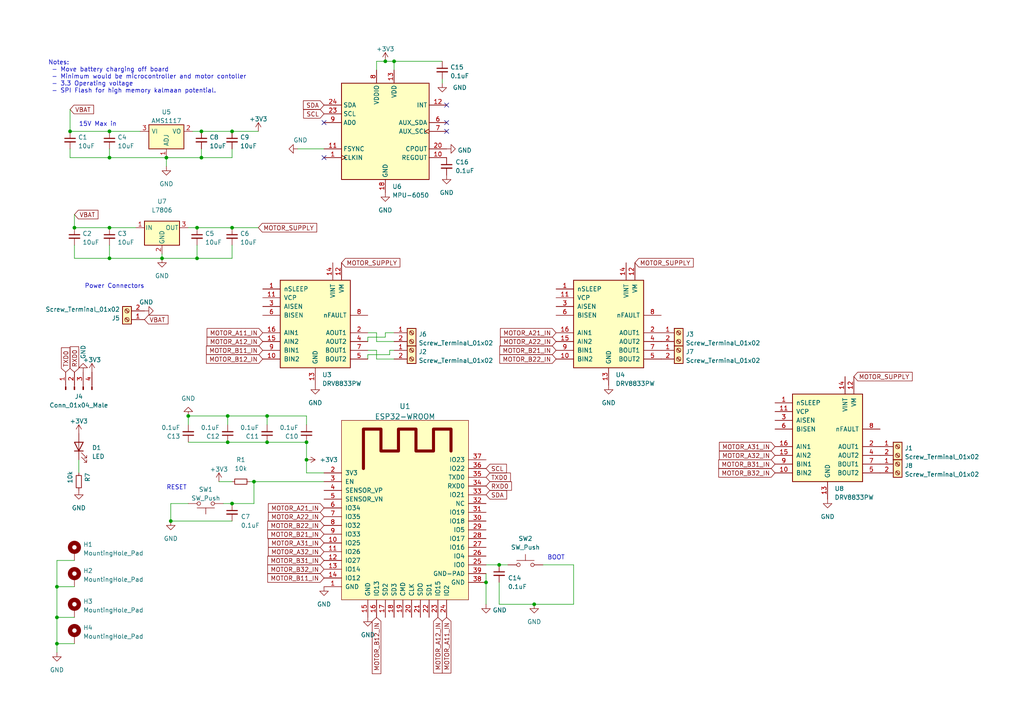
<source format=kicad_sch>
(kicad_sch (version 20211123) (generator eeschema)
  (paper "A4")
  (lib_symbols
    (symbol "Connector:Conn_01x04_Male" (pin_names (offset 1.016) hide)
      (property "Reference" "J" (at 0 5.08 0))
      (property "Value" "Conn_01x04_Male" (at 0 -7.62 0))
      (symbol "Conn_01x04_Male_1_1"
        (polyline (pts (xy 1.27 -5.08) (xy 0.8636 -5.08)) (stroke (width 0.1524)))
        (polyline (pts (xy 1.27 -2.54) (xy 0.8636 -2.54)) (stroke (width 0.1524)))
        (polyline (pts (xy 1.27 0) (xy 0.8636 0)) (stroke (width 0.1524)))
        (polyline (pts (xy 1.27 2.54) (xy 0.8636 2.54)) (stroke (width 0.1524)))
        (rectangle (start 0.8636 -4.953) (end 0 -5.207) (stroke (width 0.1524)) (fill (type outline)))
        (rectangle (start 0.8636 -2.413) (end 0 -2.667) (stroke (width 0.1524)) (fill (type outline)))
        (rectangle (start 0.8636 0.127) (end 0 -0.127) (stroke (width 0.1524)) (fill (type outline)))
        (rectangle (start 0.8636 2.667) (end 0 2.413) (stroke (width 0.1524)) (fill (type outline)))
        (pin passive line (at 5.08 2.54 180) (length 3.81) (name "Pin_1") (number "1"))
        (pin passive line (at 5.08 0 180) (length 3.81) (name "Pin_2") (number "2"))
        (pin passive line (at 5.08 -2.54 180) (length 3.81) (name "Pin_3") (number "3"))
        (pin passive line (at 5.08 -5.08 180) (length 3.81) (name "Pin_4") (number "4"))
      )
    )
    (symbol "Connector:Screw_Terminal_01x02" (pin_names (offset 1.016) hide)
      (property "Reference" "J" (at 0 2.54 0))
      (property "Value" "Screw_Terminal_01x02" (at 0 -5.08 0))
      (symbol "Screw_Terminal_01x02_1_1"
        (rectangle (start -1.27 1.27) (end 1.27 -3.81) (stroke (width 0.254)) (fill (type background)))
        (circle (center 0 -2.54) (radius 0.635) (stroke (width 0.1524)))
        (polyline (pts (xy -0.5334 -2.2098) (xy 0.3302 -3.048)) (stroke (width 0.1524)))
        (polyline (pts (xy -0.5334 0.3302) (xy 0.3302 -0.508)) (stroke (width 0.1524)))
        (polyline (pts (xy -0.3556 -2.032) (xy 0.508 -2.8702)) (stroke (width 0.1524)))
        (polyline (pts (xy -0.3556 0.508) (xy 0.508 -0.3302)) (stroke (width 0.1524)))
        (circle (center 0 0) (radius 0.635) (stroke (width 0.1524)))
        (pin passive line (at -5.08 0 0) (length 3.81) (name "Pin_1") (number "1"))
        (pin passive line (at -5.08 -2.54 0) (length 3.81) (name "Pin_2") (number "2"))
      )
    )
    (symbol "Device:C_Small" (pin_numbers hide) (pin_names (offset 0.254) hide)
      (property "Reference" "C" (at 0.254 1.778 0))
      (property "Value" "C_Small" (at 0.254 -2.032 0))
      (symbol "C_Small_0_1"
        (polyline (pts (xy -1.524 -0.508) (xy 1.524 -0.508)) (stroke (width 0.3302)))
        (polyline (pts (xy -1.524 0.508) (xy 1.524 0.508)) (stroke (width 0.3048)))
      )
      (symbol "C_Small_1_1"
        (pin passive line (at 0 2.54 270) (length 2.032) (name "~") (number "1"))
        (pin passive line (at 0 -2.54 90) (length 2.032) (name "~") (number "2"))
      )
    )
    (symbol "Device:LED" (pin_numbers hide) (pin_names (offset 1.016) hide)
      (property "Reference" "D" (at 0 2.54 0))
      (property "Value" "LED" (at 0 -2.54 0))
      (symbol "LED_0_1"
        (polyline (pts (xy -1.27 -1.27) (xy -1.27 1.27)) (stroke (width 0.254)))
        (polyline (pts (xy -1.27 0) (xy 1.27 0)))
        (polyline (pts (xy 1.27 -1.27) (xy 1.27 1.27) (xy -1.27 0) (xy 1.27 -1.27)) (stroke (width 0.254)))
        (polyline (pts (xy -3.048 -0.762) (xy -4.572 -2.286) (xy -3.81 -2.286) (xy -4.572 -2.286) (xy -4.572 -1.524)))
        (polyline (pts (xy -1.778 -0.762) (xy -3.302 -2.286) (xy -2.54 -2.286) (xy -3.302 -2.286) (xy -3.302 -1.524)))
      )
      (symbol "LED_1_1"
        (pin passive line (at -3.81 0 0) (length 2.54) (name "K") (number "1"))
        (pin passive line (at 3.81 0 180) (length 2.54) (name "A") (number "2"))
      )
    )
    (symbol "Device:R_Small" (pin_numbers hide) (pin_names (offset 0.254) hide)
      (property "Reference" "R" (at 0.762 0.508 0))
      (property "Value" "R_Small" (at 0.762 -1.016 0))
      (symbol "R_Small_0_1"
        (rectangle (start -0.762 1.778) (end 0.762 -1.778) (stroke (width 0.2032)))
      )
      (symbol "R_Small_1_1"
        (pin passive line (at 0 2.54 270) (length 0.762) (name "~") (number "1"))
        (pin passive line (at 0 -2.54 90) (length 0.762) (name "~") (number "2"))
      )
    )
    (symbol "Driver_Motor:DRV8833PW" (pin_names (offset 1.016))
      (property "Reference" "U" (at -3.81 16.51 0))
      (property "Value" "DRV8833PW" (at -3.81 13.97 0))
      (symbol "DRV8833PW_0_1"
        (rectangle (start -10.16 12.7) (end 10.16 -12.7) (stroke (width 0.254)) (fill (type background)))
      )
      (symbol "DRV8833PW_1_1"
        (pin input line (at -15.24 10.16 0) (length 5.08) (name "nSLEEP") (number "1"))
        (pin input line (at -15.24 -10.16 0) (length 5.08) (name "BIN2") (number "10"))
        (pin bidirectional line (at -15.24 7.62 0) (length 5.08) (name "VCP") (number "11"))
        (pin power_in line (at 7.62 17.78 270) (length 5.08) (name "VM") (number "12"))
        (pin power_in line (at 0 -17.78 90) (length 5.08) (name "GND") (number "13"))
        (pin power_in line (at 5.08 17.78 270) (length 5.08) (name "VINT") (number "14"))
        (pin input line (at -15.24 -5.08 0) (length 5.08) (name "AIN2") (number "15"))
        (pin input line (at -15.24 -2.54 0) (length 5.08) (name "AIN1") (number "16"))
        (pin power_out line (at 15.24 -2.54 180) (length 5.08) (name "AOUT1") (number "2"))
        (pin bidirectional line (at -15.24 5.08 0) (length 5.08) (name "AISEN") (number "3"))
        (pin power_out line (at 15.24 -5.08 180) (length 5.08) (name "AOUT2") (number "4"))
        (pin power_out line (at 15.24 -10.16 180) (length 5.08) (name "BOUT2") (number "5"))
        (pin bidirectional line (at -15.24 2.54 0) (length 5.08) (name "BISEN") (number "6"))
        (pin power_out line (at 15.24 -7.62 180) (length 5.08) (name "BOUT1") (number "7"))
        (pin open_collector line (at 15.24 2.54 180) (length 5.08) (name "nFAULT") (number "8"))
        (pin input line (at -15.24 -7.62 0) (length 5.08) (name "BIN1") (number "9"))
      )
    )
    (symbol "ESP32-footprints-Shem-Lib:ESP32-WROOM" (pin_names (offset 1.016))
      (property "Reference" "U" (at -17.78 31.75 0))
      (property "Value" "ESP32-WROOM" (at 12.7 31.75 0))
      (symbol "ESP32-WROOM_0_1"
        (rectangle (start -19.05 30.48) (end 17.78 -21.59) (fill (type background)))
        (polyline (pts (xy -12.7 16.51) (xy -12.7 27.94) (xy -7.62 27.94) (xy -7.62 21.59) (xy -2.54 21.59) (xy -2.54 27.94) (xy 2.54 27.94) (xy 2.54 21.59) (xy 7.62 21.59) (xy 7.62 27.94) (xy 12.7 27.94) (xy 12.7 21.59)) (stroke (width 0.889)))
      )
      (symbol "ESP32-WROOM_1_1"
        (pin input line (at -24.13 -17.78 0) (length 5.08) (name "GND") (number "1"))
        (pin input line (at -24.13 -5.08 0) (length 5.08) (name "IO25") (number "10"))
        (pin input line (at -24.13 -7.62 0) (length 5.08) (name "IO26") (number "11"))
        (pin input line (at -24.13 -10.16 0) (length 5.08) (name "IO27") (number "12"))
        (pin input line (at -24.13 -12.7 0) (length 5.08) (name "IO14") (number "13"))
        (pin input line (at -24.13 -15.24 0) (length 5.08) (name "IO12") (number "14"))
        (pin input line (at -11.43 -26.67 90) (length 5.08) (name "GND") (number "15"))
        (pin input line (at -8.89 -26.67 90) (length 5.08) (name "IO13") (number "16"))
        (pin input line (at -6.35 -26.67 90) (length 5.08) (name "SD2") (number "17"))
        (pin input line (at -3.81 -26.67 90) (length 5.08) (name "SD3") (number "18"))
        (pin input line (at -1.27 -26.67 90) (length 5.08) (name "CMD") (number "19"))
        (pin input line (at -24.13 15.24 0) (length 5.08) (name "3V3") (number "2"))
        (pin input line (at 1.27 -26.67 90) (length 5.08) (name "CLK") (number "20"))
        (pin input line (at 3.81 -26.67 90) (length 5.08) (name "SDO") (number "21"))
        (pin input line (at 6.35 -26.67 90) (length 5.08) (name "SD1") (number "22"))
        (pin input line (at 8.89 -26.67 90) (length 5.08) (name "IO15") (number "23"))
        (pin input line (at 11.43 -26.67 90) (length 5.08) (name "IO2") (number "24"))
        (pin input line (at 22.86 -11.43 180) (length 5.08) (name "IO0") (number "25"))
        (pin input line (at 22.86 -8.89 180) (length 5.08) (name "IO4") (number "26"))
        (pin input line (at 22.86 -6.35 180) (length 5.08) (name "IO16") (number "27"))
        (pin input line (at 22.86 -3.81 180) (length 5.08) (name "IO17") (number "28"))
        (pin input line (at 22.86 -1.27 180) (length 5.08) (name "IO5") (number "29"))
        (pin input line (at -24.13 12.7 0) (length 5.08) (name "EN") (number "3"))
        (pin input line (at 22.86 1.27 180) (length 5.08) (name "IO18") (number "30"))
        (pin input line (at 22.86 3.81 180) (length 5.08) (name "IO19") (number "31"))
        (pin input line (at 22.86 6.35 180) (length 5.08) (name "NC") (number "32"))
        (pin input line (at 22.86 8.89 180) (length 5.08) (name "IO21") (number "33"))
        (pin input line (at 22.86 11.43 180) (length 5.08) (name "RXD0") (number "34"))
        (pin input line (at 22.86 13.97 180) (length 5.08) (name "TXD0") (number "35"))
        (pin input line (at 22.86 16.51 180) (length 5.08) (name "IO22") (number "36"))
        (pin input line (at 22.86 19.05 180) (length 5.08) (name "IO23") (number "37"))
        (pin input line (at 22.86 -16.51 180) (length 5.08) (name "GND") (number "38"))
        (pin input line (at 22.86 -13.97 180) (length 5.08) (name "GND-PAD") (number "39"))
        (pin input line (at -24.13 10.16 0) (length 5.08) (name "SENSOR_VP") (number "4"))
        (pin input line (at -24.13 7.62 0) (length 5.08) (name "SENSOR_VN") (number "5"))
        (pin input line (at -24.13 5.08 0) (length 5.08) (name "IO34") (number "6"))
        (pin input line (at -24.13 2.54 0) (length 5.08) (name "IO35") (number "7"))
        (pin input line (at -24.13 0 0) (length 5.08) (name "IO32") (number "8"))
        (pin input line (at -24.13 -2.54 0) (length 5.08) (name "IO33") (number "9"))
      )
    )
    (symbol "Mechanical:MountingHole_Pad" (pin_numbers hide) (pin_names (offset 1.016) hide)
      (property "Reference" "H" (at 0 6.35 0))
      (property "Value" "MountingHole_Pad" (at 0 4.445 0))
      (symbol "MountingHole_Pad_0_1"
        (circle (center 0 1.27) (radius 1.27) (stroke (width 1.27)))
      )
      (symbol "MountingHole_Pad_1_1"
        (pin input line (at 0 -2.54 90) (length 2.54) (name "1") (number "1"))
      )
    )
    (symbol "Regulator_Linear:AMS1117" (pin_names (offset 0.762))
      (property "Reference" "U" (at -3.81 3.175 0))
      (property "Value" "AMS1117" (at 0 3.175 0))
      (symbol "AMS1117_0_1"
        (rectangle (start -5.08 -5.08) (end 5.08 1.905) (stroke (width 0.254)) (fill (type background)))
      )
      (symbol "AMS1117_1_1"
        (pin input line (at 0 -7.62 90) (length 2.54) (name "ADJ") (number "1"))
        (pin power_out line (at 7.62 0 180) (length 2.54) (name "VO") (number "2"))
        (pin power_in line (at -7.62 0 0) (length 2.54) (name "VI") (number "3"))
      )
    )
    (symbol "Regulator_Linear:L7806" (pin_names (offset 0.254))
      (property "Reference" "U" (at -3.81 3.175 0))
      (property "Value" "L7806" (at 0 3.175 0))
      (symbol "L7806_0_1"
        (rectangle (start -5.08 1.905) (end 5.08 -5.08) (stroke (width 0.254)) (fill (type background)))
      )
      (symbol "L7806_1_1"
        (pin power_in line (at -7.62 0 0) (length 2.54) (name "IN") (number "1"))
        (pin power_in line (at 0 -7.62 90) (length 2.54) (name "GND") (number "2"))
        (pin power_out line (at 7.62 0 180) (length 2.54) (name "OUT") (number "3"))
      )
    )
    (symbol "Sensor_Motion:MPU-6050"
      (property "Reference" "U" (at -11.43 13.97 0))
      (property "Value" "MPU-6050" (at 7.62 -15.24 0))
      (symbol "MPU-6050_0_0"
        (text "" (at 12.7 -2.54 0) (effects (font (size 1.27 1.27))))
      )
      (symbol "MPU-6050_0_1"
        (rectangle (start -12.7 13.97) (end 12.7 -13.97) (stroke (width 0.254)) (fill (type background)))
      )
      (symbol "MPU-6050_1_1"
        (pin input clock (at -17.78 -7.62 0) (length 5.08) (name "CLKIN") (number "1"))
        (pin passive line (at 17.78 -7.62 180) (length 5.08) (name "REGOUT") (number "10"))
        (pin input line (at -17.78 -5.08 0) (length 5.08) (name "FSYNC") (number "11"))
        (pin output line (at 17.78 7.62 180) (length 5.08) (name "INT") (number "12"))
        (pin power_in line (at 2.54 17.78 270) (length 3.81) (name "VDD") (number "13"))
        (pin no_connect line (at -12.7 -10.16 0) (length 2.54) hide (name "NC") (number "14"))
        (pin no_connect line (at 12.7 12.7 180) (length 2.54) hide (name "NC") (number "15"))
        (pin no_connect line (at 12.7 10.16 180) (length 2.54) hide (name "NC") (number "16"))
        (pin no_connect line (at 12.7 5.08 180) (length 2.54) hide (name "NC") (number "17"))
        (pin power_in line (at 0 -17.78 90) (length 3.81) (name "GND") (number "18"))
        (pin no_connect line (at 12.7 -10.16 180) (length 2.54) hide (name "NC") (number "19"))
        (pin no_connect line (at -12.7 12.7 0) (length 2.54) hide (name "NC") (number "2"))
        (pin passive line (at 17.78 -5.08 180) (length 5.08) (name "CPOUT") (number "20"))
        (pin no_connect line (at 12.7 -2.54 180) (length 2.54) hide (name "NC") (number "21"))
        (pin no_connect line (at 12.7 -12.7 180) (length 2.54) hide (name "NC") (number "22"))
        (pin input line (at -17.78 5.08 0) (length 5.08) (name "SCL") (number "23"))
        (pin bidirectional line (at -17.78 7.62 0) (length 5.08) (name "SDA") (number "24"))
        (pin no_connect line (at -12.7 10.16 0) (length 2.54) hide (name "NC") (number "3"))
        (pin no_connect line (at -12.7 0 0) (length 2.54) hide (name "NC") (number "4"))
        (pin no_connect line (at -12.7 -2.54 0) (length 2.54) hide (name "NC") (number "5"))
        (pin bidirectional line (at 17.78 2.54 180) (length 5.08) (name "AUX_SDA") (number "6"))
        (pin output clock (at 17.78 0 180) (length 5.08) (name "AUX_SCL") (number "7"))
        (pin power_in line (at -2.54 17.78 270) (length 3.81) (name "VDDIO") (number "8"))
        (pin input line (at -17.78 2.54 0) (length 5.08) (name "AD0") (number "9"))
      )
    )
    (symbol "Switch:SW_Push" (pin_numbers hide) (pin_names (offset 1.016) hide)
      (property "Reference" "SW" (at 1.27 2.54 0))
      (property "Value" "SW_Push" (at 0 -1.524 0))
      (symbol "SW_Push_0_1"
        (circle (center -2.032 0) (radius 0.508))
        (polyline (pts (xy 0 1.27) (xy 0 3.048)))
        (polyline (pts (xy 2.54 1.27) (xy -2.54 1.27)))
        (circle (center 2.032 0) (radius 0.508))
        (pin passive line (at -5.08 0 0) (length 2.54) (name "1") (number "1"))
        (pin passive line (at 5.08 0 180) (length 2.54) (name "2") (number "2"))
      )
    )
    (symbol "power:+3V3" (power) (pin_names (offset 0))
      (property "Value" "+3V3" (at 0 3.556 0))
      (symbol "+3V3_0_1"
        (polyline (pts (xy -0.762 1.27) (xy 0 2.54)))
        (polyline (pts (xy 0 0) (xy 0 2.54)))
        (polyline (pts (xy 0 2.54) (xy 0.762 1.27)))
      )
      (symbol "+3V3_1_1"
        (pin power_in line (at 0 0 90) (length 0) hide (name "+3V3") (number "1"))
      )
    )
    (symbol "power:GND" (power) (pin_names (offset 0))
      (property "Value" "GND" (at 0 -3.81 0))
      (symbol "GND_0_1"
        (polyline (pts (xy 0 0) (xy 0 -1.27) (xy 1.27 -1.27) (xy 0 -2.54) (xy -1.27 -1.27) (xy 0 -1.27)))
      )
      (symbol "GND_1_1"
        (pin power_in line (at 0 0 270) (length 0) hide (name "GND") (number "1"))
      )
    )
  )
  (junction (at 67.31 146.05))
  (junction (at 88.9 128.27))
  (junction (at 31.75 66.04))
  (junction (at 140.97 168.91))
  (junction (at 46.99 74.93))
  (junction (at 66.04 120.65))
  (junction (at 77.47 120.65))
  (junction (at 88.9 133.35))
  (junction (at 31.75 45.72))
  (junction (at 114.3 17.78))
  (junction (at 154.94 175.26))
  (junction (at 16.51 170.18))
  (junction (at 31.75 38.1))
  (junction (at 57.15 74.93))
  (junction (at 16.51 186.69))
  (junction (at 111.76 17.78))
  (junction (at 73.66 139.7))
  (junction (at 77.47 128.27))
  (junction (at 48.26 45.72))
  (junction (at 16.51 179.07))
  (junction (at 57.15 66.04))
  (junction (at 31.75 74.93))
  (junction (at 144.78 163.83))
  (junction (at 20.32 38.1))
  (junction (at 49.53 151.13))
  (junction (at 66.04 128.27))
  (junction (at 58.42 38.1))
  (junction (at 67.31 38.1))
  (junction (at 54.61 120.65))
  (junction (at 58.42 45.72))
  (junction (at 21.59 66.04))
  (junction (at 67.31 66.04))
  (no_connect (at 129.54 30.48))
  (no_connect (at 129.54 35.56))
  (no_connect (at 93.98 35.56))
  (no_connect (at 93.98 45.72))
  (no_connect (at 129.54 38.1))
  (wire (pts (xy 88.9 128.27) (xy 77.47 128.27)))
  (wire (pts (xy 57.15 66.04) (xy 67.31 66.04)))
  (wire (pts (xy 67.31 45.72) (xy 67.31 43.18)))
  (wire (pts (xy 67.31 71.12) (xy 67.31 74.93)))
  (wire (pts (xy 46.99 73.66) (xy 46.99 74.93)))
  (wire (pts (xy 166.37 175.26) (xy 154.94 175.26)))
  (wire (pts (xy 144.78 168.91) (xy 144.78 175.26)))
  (wire (pts (xy 31.75 66.04) (xy 39.37 66.04)))
  (wire (pts (xy 58.42 45.72) (xy 67.31 45.72)))
  (wire (pts (xy 58.42 38.1) (xy 67.31 38.1)))
  (wire (pts (xy 67.31 74.93) (xy 57.15 74.93)))
  (wire (pts (xy 48.26 45.72) (xy 48.26 48.26)))
  (wire (pts (xy 106.68 102.87) (xy 113.03 102.87)))
  (wire (pts (xy 109.22 17.78) (xy 109.22 20.32)))
  (wire (pts (xy 113.03 102.87) (xy 113.03 101.6)))
  (wire (pts (xy 58.42 43.18) (xy 58.42 45.72)))
  (wire (pts (xy 67.31 146.05) (xy 73.66 146.05)))
  (wire (pts (xy 111.76 17.78) (xy 109.22 17.78)))
  (wire (pts (xy 21.59 186.69) (xy 16.51 186.69)))
  (wire (pts (xy 157.48 163.83) (xy 166.37 163.83)))
  (wire (pts (xy 46.99 74.93) (xy 57.15 74.93)))
  (wire (pts (xy 67.31 38.1) (xy 74.93 38.1)))
  (wire (pts (xy 109.22 104.14) (xy 114.3 104.14)))
  (wire (pts (xy 49.53 146.05) (xy 54.61 146.05)))
  (wire (pts (xy 77.47 128.27) (xy 66.04 128.27)))
  (wire (pts (xy 73.66 146.05) (xy 73.66 139.7)))
  (wire (pts (xy 31.75 45.72) (xy 48.26 45.72)))
  (wire (pts (xy 77.47 123.19) (xy 77.47 120.65)))
  (wire (pts (xy 109.22 101.6) (xy 109.22 104.14)))
  (wire (pts (xy 22.86 133.35) (xy 22.86 137.16)))
  (wire (pts (xy 55.88 38.1) (xy 58.42 38.1)))
  (wire (pts (xy 20.32 38.1) (xy 31.75 38.1)))
  (wire (pts (xy 21.59 170.18) (xy 16.51 170.18)))
  (wire (pts (xy 21.59 179.07) (xy 16.51 179.07)))
  (wire (pts (xy 31.75 43.18) (xy 31.75 45.72)))
  (wire (pts (xy 77.47 120.65) (xy 66.04 120.65)))
  (wire (pts (xy 128.27 22.86) (xy 128.27 24.13)))
  (wire (pts (xy 16.51 179.07) (xy 16.51 186.69)))
  (wire (pts (xy 106.68 97.79) (xy 111.76 97.79)))
  (wire (pts (xy 31.75 74.93) (xy 31.75 71.12)))
  (wire (pts (xy 106.68 99.06) (xy 106.68 97.79)))
  (wire (pts (xy 144.78 163.83) (xy 140.97 163.83)))
  (wire (pts (xy 66.04 120.65) (xy 54.61 120.65)))
  (wire (pts (xy 88.9 137.16) (xy 93.98 137.16)))
  (wire (pts (xy 106.68 96.52) (xy 109.22 96.52)))
  (wire (pts (xy 16.51 162.56) (xy 16.51 170.18)))
  (wire (pts (xy 106.68 101.6) (xy 109.22 101.6)))
  (wire (pts (xy 109.22 99.06) (xy 114.3 99.06)))
  (wire (pts (xy 114.3 17.78) (xy 114.3 20.32)))
  (wire (pts (xy 21.59 74.93) (xy 31.75 74.93)))
  (wire (pts (xy 88.9 120.65) (xy 77.47 120.65)))
  (wire (pts (xy 88.9 133.35) (xy 88.9 137.16)))
  (wire (pts (xy 20.32 45.72) (xy 31.75 45.72)))
  (wire (pts (xy 67.31 66.04) (xy 74.93 66.04)))
  (wire (pts (xy 16.51 186.69) (xy 16.51 189.23)))
  (wire (pts (xy 54.61 123.19) (xy 54.61 120.65)))
  (wire (pts (xy 140.97 175.26) (xy 140.97 168.91)))
  (wire (pts (xy 111.76 17.78) (xy 114.3 17.78)))
  (wire (pts (xy 21.59 66.04) (xy 31.75 66.04)))
  (wire (pts (xy 21.59 62.23) (xy 21.59 66.04)))
  (wire (pts (xy 144.78 175.26) (xy 154.94 175.26)))
  (wire (pts (xy 31.75 38.1) (xy 40.64 38.1)))
  (wire (pts (xy 49.53 151.13) (xy 67.31 151.13)))
  (wire (pts (xy 21.59 74.93) (xy 21.59 71.12)))
  (wire (pts (xy 21.59 162.56) (xy 16.51 162.56)))
  (wire (pts (xy 63.5 139.7) (xy 67.31 139.7)))
  (wire (pts (xy 114.3 17.78) (xy 128.27 17.78)))
  (wire (pts (xy 20.32 43.18) (xy 20.32 45.72)))
  (wire (pts (xy 72.39 139.7) (xy 73.66 139.7)))
  (wire (pts (xy 20.32 31.75) (xy 20.32 38.1)))
  (wire (pts (xy 147.32 163.83) (xy 144.78 163.83)))
  (wire (pts (xy 31.75 74.93) (xy 46.99 74.93)))
  (wire (pts (xy 57.15 74.93) (xy 57.15 71.12)))
  (wire (pts (xy 48.26 45.72) (xy 58.42 45.72)))
  (wire (pts (xy 111.76 96.52) (xy 114.3 96.52)))
  (wire (pts (xy 140.97 166.37) (xy 140.97 168.91)))
  (wire (pts (xy 113.03 101.6) (xy 114.3 101.6)))
  (wire (pts (xy 66.04 128.27) (xy 54.61 128.27)))
  (wire (pts (xy 166.37 163.83) (xy 166.37 175.26)))
  (wire (pts (xy 106.68 104.14) (xy 106.68 102.87)))
  (wire (pts (xy 49.53 146.05) (xy 49.53 151.13)))
  (wire (pts (xy 88.9 128.27) (xy 88.9 133.35)))
  (wire (pts (xy 86.36 43.18) (xy 93.98 43.18)))
  (wire (pts (xy 16.51 170.18) (xy 16.51 179.07)))
  (wire (pts (xy 54.61 66.04) (xy 57.15 66.04)))
  (wire (pts (xy 73.66 139.7) (xy 93.98 139.7)))
  (wire (pts (xy 109.22 96.52) (xy 109.22 99.06)))
  (wire (pts (xy 66.04 123.19) (xy 66.04 120.65)))
  (wire (pts (xy 111.76 97.79) (xy 111.76 96.52)))
  (wire (pts (xy 64.77 146.05) (xy 67.31 146.05)))
  (wire (pts (xy 88.9 123.19) (xy 88.9 120.65)))
  (text "Notes: \n - Move battery charging off board\n - Minimum would be microcontroller and motor contoller\n - 3.3 Operating voltage\n - SPI Flash for high memory kalmaan potential. \n\n" (at 13.97 29.21 0) (effects (font (size 1.27 1.27)) (justify left bottom)))
  (text "RESET\n" (at 48.26 142.24 0) (effects (font (size 1.27 1.27)) (justify left bottom)))
  (text "15V Max in\n" (at 22.86 36.83 0) (effects (font (size 1.27 1.27)) (justify left bottom)))
  (text "Power Connectors\n" (at 41.91 83.82 180) (effects (font (size 1.27 1.27)) (justify right bottom)))
  (text "BOOT" (at 158.75 162.56 0) (effects (font (size 1.27 1.27)) (justify left bottom)))
  (global_label "MOTOR_B11_IN" (shape input) (at 93.98 167.64 180) (property "Intersheet References" "${INTERSHEET_REFS}" (effects hide)))
  (global_label "SDA" (shape input) (at 140.97 143.51 0) (property "Intersheet References" "${INTERSHEET_REFS}" (effects hide)))
  (global_label "MOTOR_A11_IN" (shape input) (at 76.2 96.52 180) (property "Intersheet References" "${INTERSHEET_REFS}" (effects hide)))
  (global_label "MOTOR_A12_IN" (shape input) (at 127 179.07 270) (property "Intersheet References" "${INTERSHEET_REFS}" (effects hide)))
  (global_label "MOTOR_A11_IN" (shape input) (at 129.54 179.07 270) (property "Intersheet References" "${INTERSHEET_REFS}" (effects hide)))
  (global_label "MOTOR_SUPPLY" (shape input) (at 184.15 76.2 0) (property "Intersheet References" "${INTERSHEET_REFS}" (effects hide)))
  (global_label "MOTOR_B32_IN" (shape input) (at 93.98 165.1 180) (property "Intersheet References" "${INTERSHEET_REFS}" (effects hide)))
  (global_label "MOTOR_A32_IN" (shape input) (at 93.98 160.02 180) (property "Intersheet References" "${INTERSHEET_REFS}" (effects hide)))
  (global_label "SCL" (shape input) (at 140.97 135.89 0) (property "Intersheet References" "${INTERSHEET_REFS}" (effects hide)))
  (global_label "MOTOR_A31_IN" (shape input) (at 93.98 157.48 180) (property "Intersheet References" "${INTERSHEET_REFS}" (effects hide)))
  (global_label "MOTOR_A31_IN" (shape input) (at 224.79 129.54 180) (property "Intersheet References" "${INTERSHEET_REFS}" (effects hide)))
  (global_label "MOTOR_B32_IN" (shape input) (at 224.79 137.16 180) (property "Intersheet References" "${INTERSHEET_REFS}" (effects hide)))
  (global_label "SCL" (shape input) (at 93.98 33.02 180) (property "Intersheet References" "${INTERSHEET_REFS}" (effects hide)))
  (global_label "MOTOR_SUPPLY" (shape input) (at 247.65 109.22 0) (property "Intersheet References" "${INTERSHEET_REFS}" (effects hide)))
  (global_label "MOTOR_B22_IN" (shape input) (at 161.29 104.14 180) (property "Intersheet References" "${INTERSHEET_REFS}" (effects hide)))
  (global_label "TXD0" (shape input) (at 140.97 138.43 0) (property "Intersheet References" "${INTERSHEET_REFS}" (effects hide)))
  (global_label "MOTOR_SUPPLY" (shape input) (at 74.93 66.04 0) (property "Intersheet References" "${INTERSHEET_REFS}" (effects hide)))
  (global_label "MOTOR_A22_IN" (shape input) (at 161.29 99.06 180) (property "Intersheet References" "${INTERSHEET_REFS}" (effects hide)))
  (global_label "MOTOR_B12_IN" (shape input) (at 76.2 104.14 180) (property "Intersheet References" "${INTERSHEET_REFS}" (effects hide)))
  (global_label "MOTOR_B21_IN" (shape input) (at 161.29 101.6 180) (property "Intersheet References" "${INTERSHEET_REFS}" (effects hide)))
  (global_label "MOTOR_A21_IN" (shape input) (at 161.29 96.52 180) (property "Intersheet References" "${INTERSHEET_REFS}" (effects hide)))
  (global_label "VBAT" (shape input) (at 41.91 92.71 0) (property "Intersheet References" "${INTERSHEET_REFS}" (effects hide)))
  (global_label "MOTOR_A21_IN" (shape input) (at 93.98 147.32 180) (property "Intersheet References" "${INTERSHEET_REFS}" (effects hide)))
  (global_label "MOTOR_B12_IN" (shape input) (at 109.22 179.07 270) (property "Intersheet References" "${INTERSHEET_REFS}" (effects hide)))
  (global_label "MOTOR_B31_IN" (shape input) (at 93.98 162.56 180) (property "Intersheet References" "${INTERSHEET_REFS}" (effects hide)))
  (global_label "MOTOR_A12_IN" (shape input) (at 76.2 99.06 180) (property "Intersheet References" "${INTERSHEET_REFS}" (effects hide)))
  (global_label "RXD0" (shape input) (at 140.97 140.97 0) (property "Intersheet References" "${INTERSHEET_REFS}" (effects hide)))
  (global_label "SDA" (shape input) (at 93.98 30.48 180) (property "Intersheet References" "${INTERSHEET_REFS}" (effects hide)))
  (global_label "MOTOR_B11_IN" (shape input) (at 76.2 101.6 180) (property "Intersheet References" "${INTERSHEET_REFS}" (effects hide)))
  (global_label "MOTOR_B21_IN" (shape input) (at 93.98 154.94 180) (property "Intersheet References" "${INTERSHEET_REFS}" (effects hide)))
  (global_label "MOTOR_B31_IN" (shape input) (at 224.79 134.62 180) (property "Intersheet References" "${INTERSHEET_REFS}" (effects hide)))
  (global_label "MOTOR_SUPPLY" (shape input) (at 99.06 76.2 0) (property "Intersheet References" "${INTERSHEET_REFS}" (effects hide)))
  (global_label "MOTOR_B22_IN" (shape input) (at 93.98 152.4 180) (property "Intersheet References" "${INTERSHEET_REFS}" (effects hide)))
  (global_label "MOTOR_A32_IN" (shape input) (at 224.79 132.08 180) (property "Intersheet References" "${INTERSHEET_REFS}" (effects hide)))
  (global_label "RXD0" (shape input) (at 21.59 107.95 90) (property "Intersheet References" "${INTERSHEET_REFS}" (effects hide)))
  (global_label "VBAT" (shape input) (at 20.32 31.75 0) (property "Intersheet References" "${INTERSHEET_REFS}" (effects hide)))
  (global_label "MOTOR_A22_IN" (shape input) (at 93.98 149.86 180) (property "Intersheet References" "${INTERSHEET_REFS}" (effects hide)))
  (global_label "TXD0" (shape input) (at 19.05 107.95 90) (property "Intersheet References" "${INTERSHEET_REFS}" (effects hide)))
  (global_label "VBAT" (shape input) (at 21.59 62.23 0) (property "Intersheet References" "${INTERSHEET_REFS}" (effects hide)))
  (symbol (lib_id "Regulator_Linear:L7806") (at 46.99 66.04 0) (unit 1)
    (property "Reference" "U7" (at 46.99 58.42 0))
    (property "Value" "L7806" (at 46.99 60.96 0))
    (property "Footprint" "Package_TO_SOT_SMD:TO-252-3_TabPin2" (effects hide))
    (property "Datasheet" "http://www.st.com/content/ccc/resource/technical/document/datasheet/41/4f/b3/b0/12/d4/47/88/CD00000444.pdf/files/CD00000444.pdf/jcr:content/translations/en.CD00000444.pdf" (effects hide))
  )
  (symbol (lib_id "power:GND") (at 93.98 170.18 0) (unit 1)
    (property "Reference" "#PWR0113" (effects hide))
    (property "Value" "GND" (at 93.98 175.26 0))
  )
  (symbol (lib_id "Switch:SW_Push") (at 59.69 146.05 180) (unit 1)
    (property "Reference" "SW1" (at 59.69 141.9692 0))
    (property "Value" "SW_Push" (at 59.69 144.5061 0))
    (property "Footprint" "Button_Switch_SMD:SW_SPST_EVPBF" (effects hide))
  )
  (symbol (lib_id "Device:R_Small") (at 22.86 139.7 180) (unit 1)
    (property "Reference" "R7" (at 25.4 138.43 90))
    (property "Value" "10k" (at 20.32 138.43 90))
    (property "Footprint" "Resistor_SMD:R_0603_1608Metric_Pad0.98x0.95mm_HandSolder" (effects hide))
  )
  (symbol (lib_id "Sensor_Motion:MPU-6050") (at 111.76 38.1 0) (unit 1)
    (property "Reference" "U6" (at 113.7794 54.1004 0) (effects (justify left)))
    (property "Value" "MPU-6050" (at 113.7794 56.6373 0) (effects (justify left)))
    (property "Footprint" "Sensor_Motion:InvenSense_QFN-24_4x4mm_P0.5mm" (effects hide))
    (property "Datasheet" "https://store.invensense.com/datasheets/invensense/MPU-6050_DataSheet_V3%204.pdf" (effects hide))
  )
  (symbol (lib_id "Device:C_Small") (at 58.42 40.64 0) (unit 1)
    (property "Reference" "C8" (at 60.7441 39.8116 0) (effects (justify left)))
    (property "Value" "10uF" (at 60.7441 42.3485 0) (effects (justify left)))
    (property "Footprint" "Capacitor_SMD:C_0603_1608Metric" (effects hide))
  )
  (symbol (lib_id "power:+3V3") (at 111.76 17.78 0) (unit 1)
    (property "Reference" "#PWR0122" (effects hide))
    (property "Value" "+3V3" (at 111.76 14.2042 0))
  )
  (symbol (lib_id "power:GND") (at 22.86 142.24 0) (unit 1)
    (property "Reference" "#PWR0104" (effects hide))
    (property "Value" "GND" (at 22.86 147.32 0))
  )
  (symbol (lib_id "power:GND") (at 140.97 175.26 0) (unit 1)
    (property "Reference" "#PWR0115" (effects hide))
    (property "Value" "GND" (at 142.875 176.9638 0) (effects (justify left)))
  )
  (symbol (lib_id "Device:C_Small") (at 129.54 48.26 0) (unit 1)
    (property "Reference" "C16" (at 132.08 46.9962 0) (effects (justify left)))
    (property "Value" "0.1uF" (at 132.08 49.5362 0) (effects (justify left)))
    (property "Footprint" "Capacitor_SMD:C_0603_1608Metric" (effects hide))
  )
  (symbol (lib_id "Regulator_Linear:AMS1117") (at 48.26 38.1 0) (unit 1)
    (property "Reference" "U5" (at 48.26 32.4952 0))
    (property "Value" "AMS1117" (at 48.26 35.0321 0))
    (property "Footprint" "Package_TO_SOT_SMD:SOT-223-3_TabPin2" (effects hide))
    (property "Datasheet" "http://www.advanced-monolithic.com/pdf/ds1117.pdf" (effects hide))
  )
  (symbol (lib_id "Device:C_Small") (at 67.31 68.58 0) (unit 1)
    (property "Reference" "C6" (at 69.6341 67.7516 0) (effects (justify left)))
    (property "Value" "10uF" (at 69.6341 70.2885 0) (effects (justify left)))
    (property "Footprint" "Capacitor_SMD:C_0603_1608Metric" (effects hide))
  )
  (symbol (lib_id "power:GND") (at 128.27 24.13 0) (unit 1)
    (property "Reference" "#PWR0123" (effects hide))
    (property "Value" "GND" (at 133.35 25.4 0))
  )
  (symbol (lib_id "power:+3V3") (at 63.5 139.7 0) (unit 1)
    (property "Reference" "#PWR0109" (effects hide))
    (property "Value" "+3V3" (at 63.5 136.1242 0))
  )
  (symbol (lib_id "power:GND") (at 240.03 144.78 0) (unit 1)
    (property "Reference" "#PWR0129" (effects hide))
    (property "Value" "GND" (at 240.03 149.86 0))
  )
  (symbol (lib_id "power:GND") (at 41.91 90.17 90) (unit 1)
    (property "Reference" "#PWR0120" (effects hide))
    (property "Value" "GND" (at 44.45 87.63 90) (effects (justify left)))
  )
  (symbol (lib_id "power:GND") (at 111.76 55.88 0) (unit 1)
    (property "Reference" "#PWR0126" (effects hide))
    (property "Value" "GND" (at 111.76 60.96 0))
  )
  (symbol (lib_id "Device:C_Small") (at 20.32 40.64 0) (unit 1)
    (property "Reference" "C1" (at 22.6441 39.8116 0) (effects (justify left)))
    (property "Value" "10uF" (at 22.6441 42.3485 0) (effects (justify left)))
    (property "Footprint" "Capacitor_SMD:C_0603_1608Metric" (effects hide))
  )
  (symbol (lib_id "Connector:Screw_Terminal_01x02") (at 196.85 96.52 0) (unit 1)
    (property "Reference" "J3" (at 198.882 96.9553 0) (effects (justify left)))
    (property "Value" "Screw_Terminal_01x02" (at 198.882 99.4922 0) (effects (justify left)))
    (property "Footprint" "TerminalBlock_Phoenix:TerminalBlock_Phoenix_MPT-0,5-2-2.54_1x02_P2.54mm_Horizontal" (effects hide))
  )
  (symbol (lib_id "power:GND") (at 106.68 179.07 0) (unit 1)
    (property "Reference" "#PWR0114" (effects hide))
    (property "Value" "GND" (at 106.68 184.15 0))
  )
  (symbol (lib_id "power:+3V3") (at 88.9 133.35 270) (unit 1)
    (property "Reference" "#PWR0131" (effects hide))
    (property "Value" "+3V3" (at 92.71 133.3499 90) (effects (justify left)))
  )
  (symbol (lib_id "Connector:Screw_Terminal_01x02") (at 260.35 129.54 0) (unit 1)
    (property "Reference" "J1" (at 262.382 129.9753 0) (effects (justify left)))
    (property "Value" "Screw_Terminal_01x02" (at 262.382 132.5122 0) (effects (justify left)))
    (property "Footprint" "TerminalBlock_Phoenix:TerminalBlock_Phoenix_MPT-0,5-2-2.54_1x02_P2.54mm_Horizontal" (effects hide))
  )
  (symbol (lib_id "Device:C_Small") (at 31.75 68.58 0) (unit 1)
    (property "Reference" "C3" (at 34.0741 67.7516 0) (effects (justify left)))
    (property "Value" "10uF" (at 34.0741 70.2885 0) (effects (justify left)))
    (property "Footprint" "Capacitor_SMD:C_0603_1608Metric" (effects hide))
  )
  (symbol (lib_id "power:GND") (at 54.61 120.65 180) (unit 1)
    (property "Reference" "#PWR0117" (effects hide))
    (property "Value" "GND" (at 54.61 115.57 0))
  )
  (symbol (lib_id "Mechanical:MountingHole_Pad") (at 21.59 167.64 0) (unit 1)
    (property "Reference" "H2" (at 24.13 165.5353 0) (effects (justify left)))
    (property "Value" "MountingHole_Pad" (at 24.13 168.0722 0) (effects (justify left)))
    (property "Footprint" "MountingHole:MountingHole_2.2mm_M2_DIN965_Pad" (effects hide))
  )
  (symbol (lib_id "Device:C_Small") (at 67.31 148.59 0) (unit 1)
    (property "Reference" "C7" (at 69.85 149.86 0) (effects (justify left)))
    (property "Value" "0.1uF" (at 69.85 152.4 0) (effects (justify left)))
    (property "Footprint" "Capacitor_SMD:C_0603_1608Metric" (effects hide))
  )
  (symbol (lib_id "Device:C_Small") (at 21.59 68.58 0) (unit 1)
    (property "Reference" "C2" (at 23.9141 67.7516 0) (effects (justify left)))
    (property "Value" "10uF" (at 23.9141 70.2885 0) (effects (justify left)))
    (property "Footprint" "Capacitor_SMD:C_0603_1608Metric" (effects hide))
  )
  (symbol (lib_id "ESP32-footprints-Shem-Lib:ESP32-WROOM") (at 118.11 152.4 0) (unit 1)
    (property "Reference" "U1" (at 117.475 117.8359 0) (effects (font (size 1.524 1.524))))
    (property "Value" "ESP32-WROOM" (at 117.475 120.8293 0) (effects (font (size 1.524 1.524))))
    (property "Footprint" "ESP32-footprints-Lib:ESP32-WROOM" (effects hide))
  )
  (symbol (lib_id "Driver_Motor:DRV8833PW") (at 91.44 93.98 0) (unit 1)
    (property "Reference" "U3" (at 93.4594 108.7104 0) (effects (justify left)))
    (property "Value" "DRV8833PW" (at 93.4594 111.2473 0) (effects (justify left)))
    (property "Footprint" "Package_SO:TSSOP-16_4.4x5mm_P0.65mm" (effects hide))
    (property "Datasheet" "http://www.ti.com/lit/ds/symlink/drv8833.pdf" (effects hide))
  )
  (symbol (lib_id "Mechanical:MountingHole_Pad") (at 21.59 160.02 0) (unit 1)
    (property "Reference" "H1" (at 24.13 157.9153 0) (effects (justify left)))
    (property "Value" "MountingHole_Pad" (at 24.13 160.4522 0) (effects (justify left)))
    (property "Footprint" "MountingHole:MountingHole_2.2mm_M2_DIN965_Pad" (effects hide))
  )
  (symbol (lib_id "Device:C_Small") (at 31.75 40.64 0) (unit 1)
    (property "Reference" "C4" (at 34.0741 39.8116 0) (effects (justify left)))
    (property "Value" "10uF" (at 34.0741 42.3485 0) (effects (justify left)))
    (property "Footprint" "Capacitor_SMD:C_0603_1608Metric" (effects hide))
  )
  (symbol (lib_id "power:+3V3") (at 22.86 125.73 0) (unit 1)
    (property "Reference" "#PWR0116" (effects hide))
    (property "Value" "+3V3" (at 22.86 122.1542 0))
  )
  (symbol (lib_id "Connector:Screw_Terminal_01x02") (at 119.38 96.52 0) (unit 1)
    (property "Reference" "J6" (at 121.412 96.9553 0) (effects (justify left)))
    (property "Value" "Screw_Terminal_01x02" (at 121.412 99.4922 0) (effects (justify left)))
    (property "Footprint" "TerminalBlock_Phoenix:TerminalBlock_Phoenix_MPT-0,5-2-2.54_1x02_P2.54mm_Horizontal" (effects hide))
  )
  (symbol (lib_id "Device:C_Small") (at 67.31 40.64 0) (unit 1)
    (property "Reference" "C9" (at 69.6341 39.8116 0) (effects (justify left)))
    (property "Value" "10uF" (at 69.6341 42.3485 0) (effects (justify left)))
    (property "Footprint" "Capacitor_SMD:C_0603_1608Metric" (effects hide))
  )
  (symbol (lib_id "power:GND") (at 129.54 50.8 0) (unit 1)
    (property "Reference" "#PWR0124" (effects hide))
    (property "Value" "GND" (at 129.54 55.88 0))
  )
  (symbol (lib_id "power:GND") (at 91.44 111.76 0) (unit 1)
    (property "Reference" "#PWR0128" (effects hide))
    (property "Value" "GND" (at 91.44 116.84 0))
  )
  (symbol (lib_id "Device:LED") (at 22.86 129.54 90) (unit 1)
    (property "Reference" "D1" (at 26.67 129.8574 90) (effects (justify right)))
    (property "Value" "LED" (at 26.67 132.3974 90) (effects (justify right)))
    (property "Footprint" "LED_SMD:LED_0603_1608Metric" (effects hide))
  )
  (symbol (lib_id "Connector:Screw_Terminal_01x02") (at 36.83 92.71 180) (unit 1)
    (property "Reference" "J5" (at 34.798 92.2747 0) (effects (justify left)))
    (property "Value" "Screw_Terminal_01x02" (at 34.798 89.7378 0) (effects (justify left)))
    (property "Footprint" "TerminalBlock_Phoenix:TerminalBlock_Phoenix_MPT-0,5-2-2.54_1x02_P2.54mm_Horizontal" (effects hide))
  )
  (symbol (lib_id "Driver_Motor:DRV8833PW") (at 176.53 93.98 0) (unit 1)
    (property "Reference" "U4" (at 178.5494 108.7104 0) (effects (justify left)))
    (property "Value" "DRV8833PW" (at 178.5494 111.2473 0) (effects (justify left)))
    (property "Footprint" "Package_SO:TSSOP-16_4.4x5mm_P0.65mm" (effects hide))
    (property "Datasheet" "http://www.ti.com/lit/ds/symlink/drv8833.pdf" (effects hide))
  )
  (symbol (lib_id "Device:R_Small") (at 69.85 139.7 90) (unit 1)
    (property "Reference" "R1" (at 69.85 133.35 90))
    (property "Value" "10k" (at 69.85 135.89 90))
    (property "Footprint" "Resistor_SMD:R_0603_1608Metric_Pad0.98x0.95mm_HandSolder" (effects hide))
  )
  (symbol (lib_id "power:GND") (at 48.26 48.26 0) (unit 1)
    (property "Reference" "#PWR0105" (effects hide))
    (property "Value" "GND" (at 48.26 53.34 0))
  )
  (symbol (lib_id "Connector:Conn_01x04_Male") (at 21.59 113.03 90) (unit 1)
    (property "Reference" "J4" (at 22.86 115.0096 90))
    (property "Value" "Conn_01x04_Male" (at 22.86 117.5465 90))
    (property "Footprint" "Connector_PinHeader_2.54mm:PinHeader_1x04_P2.54mm_Vertical" (effects hide))
  )
  (symbol (lib_id "Connector:Screw_Terminal_01x02") (at 196.85 101.6 0) (unit 1)
    (property "Reference" "J7" (at 198.882 102.0353 0) (effects (justify left)))
    (property "Value" "Screw_Terminal_01x02" (at 198.882 104.5722 0) (effects (justify left)))
    (property "Footprint" "TerminalBlock_Phoenix:TerminalBlock_Phoenix_MPT-0,5-2-2.54_1x02_P2.54mm_Horizontal" (effects hide))
  )
  (symbol (lib_id "Connector:Screw_Terminal_01x02") (at 119.38 101.6 0) (unit 1)
    (property "Reference" "J2" (at 121.412 102.0353 0) (effects (justify left)))
    (property "Value" "Screw_Terminal_01x02" (at 121.412 104.5722 0) (effects (justify left)))
    (property "Footprint" "TerminalBlock_Phoenix:TerminalBlock_Phoenix_MPT-0,5-2-2.54_1x02_P2.54mm_Horizontal" (effects hide))
  )
  (symbol (lib_id "Mechanical:MountingHole_Pad") (at 21.59 176.53 0) (unit 1)
    (property "Reference" "H3" (at 24.13 174.4253 0) (effects (justify left)))
    (property "Value" "MountingHole_Pad" (at 24.13 176.9622 0) (effects (justify left)))
    (property "Footprint" "MountingHole:MountingHole_2.2mm_M2_DIN965_Pad" (effects hide))
  )
  (symbol (lib_id "Device:C_Small") (at 57.15 68.58 0) (unit 1)
    (property "Reference" "C5" (at 59.4741 67.7516 0) (effects (justify left)))
    (property "Value" "10uF" (at 59.4741 70.2885 0) (effects (justify left)))
    (property "Footprint" "Capacitor_SMD:C_0603_1608Metric" (effects hide))
  )
  (symbol (lib_id "Driver_Motor:DRV8833PW") (at 240.03 127 0) (unit 1)
    (property "Reference" "U8" (at 242.0494 141.7304 0) (effects (justify left)))
    (property "Value" "DRV8833PW" (at 242.0494 144.2673 0) (effects (justify left)))
    (property "Footprint" "Package_SO:TSSOP-16_4.4x5mm_P0.65mm" (effects hide))
    (property "Datasheet" "http://www.ti.com/lit/ds/symlink/drv8833.pdf" (effects hide))
  )
  (symbol (lib_id "Device:C_Small") (at 144.78 166.37 0) (unit 1)
    (property "Reference" "C14" (at 147.32 167.64 0) (effects (justify left)))
    (property "Value" "0.1uF" (at 147.32 170.18 0) (effects (justify left)))
    (property "Footprint" "Capacitor_SMD:C_0603_1608Metric" (effects hide))
  )
  (symbol (lib_id "Connector:Screw_Terminal_01x02") (at 260.35 134.62 0) (unit 1)
    (property "Reference" "J8" (at 262.382 135.0553 0) (effects (justify left)))
    (property "Value" "Screw_Terminal_01x02" (at 262.382 137.5922 0) (effects (justify left)))
    (property "Footprint" "TerminalBlock_Phoenix:TerminalBlock_Phoenix_MPT-0,5-2-2.54_1x02_P2.54mm_Horizontal" (effects hide))
  )
  (symbol (lib_id "power:GND") (at 16.51 189.23 0) (unit 1)
    (property "Reference" "#PWR0103" (effects hide))
    (property "Value" "GND" (at 16.51 194.31 0))
  )
  (symbol (lib_id "power:GND") (at 176.53 111.76 0) (unit 1)
    (property "Reference" "#PWR0130" (effects hide))
    (property "Value" "GND" (at 176.53 116.84 0))
  )
  (symbol (lib_id "power:GND") (at 49.53 151.13 0) (unit 1)
    (property "Reference" "#PWR0108" (effects hide))
    (property "Value" "GND" (at 49.53 156.21 0))
  )
  (symbol (lib_id "power:+3V3") (at 26.67 107.95 0) (unit 1)
    (property "Reference" "#PWR0127" (effects hide))
    (property "Value" "+3V3" (at 26.67 104.3742 0))
  )
  (symbol (lib_id "Mechanical:MountingHole_Pad") (at 21.59 184.15 0) (unit 1)
    (property "Reference" "H4" (at 24.13 182.0453 0) (effects (justify left)))
    (property "Value" "MountingHole_Pad" (at 24.13 184.5822 0) (effects (justify left)))
    (property "Footprint" "MountingHole:MountingHole_2.2mm_M2_DIN965_Pad" (effects hide))
  )
  (symbol (lib_id "Switch:SW_Push") (at 152.4 163.83 0) (unit 1)
    (property "Reference" "SW2" (at 152.4 156.21 0))
    (property "Value" "SW_Push" (at 152.4 158.75 0))
    (property "Footprint" "Button_Switch_SMD:SW_SPST_EVPBF" (effects hide))
  )
  (symbol (lib_id "power:GND") (at 46.99 74.93 0) (unit 1)
    (property "Reference" "#PWR0119" (effects hide))
    (property "Value" "GND" (at 46.99 80.01 0))
  )
  (symbol (lib_id "Device:C_Small") (at 66.04 125.73 180) (unit 1)
    (property "Reference" "C12" (at 63.7159 126.5584 0) (effects (justify left)))
    (property "Value" "0.1uF" (at 63.7159 124.0215 0) (effects (justify left)))
    (property "Footprint" "Capacitor_SMD:C_0603_1608Metric" (effects hide))
  )
  (symbol (lib_id "Device:C_Small") (at 77.47 125.73 180) (unit 1)
    (property "Reference" "C11" (at 75.1459 126.5584 0) (effects (justify left)))
    (property "Value" "0.1uF" (at 75.1459 124.0215 0) (effects (justify left)))
    (property "Footprint" "Capacitor_SMD:C_0603_1608Metric" (effects hide))
  )
  (symbol (lib_id "power:GND") (at 154.94 175.26 0) (unit 1)
    (property "Reference" "#PWR0111" (effects hide))
    (property "Value" "GND" (at 154.94 180.34 0))
  )
  (symbol (lib_id "power:GND") (at 86.36 43.18 270) (unit 1)
    (property "Reference" "#PWR0121" (effects hide))
    (property "Value" "GND" (at 85.09 40.64 90) (effects (justify left)))
  )
  (symbol (lib_id "Device:C_Small") (at 54.61 125.73 180) (unit 1)
    (property "Reference" "C13" (at 52.2859 126.5584 0) (effects (justify left)))
    (property "Value" "0.1uF" (at 52.2859 124.0215 0) (effects (justify left)))
    (property "Footprint" "Capacitor_SMD:C_0603_1608Metric" (effects hide))
  )
  (symbol (lib_id "power:+3V3") (at 74.93 38.1 0) (unit 1)
    (property "Reference" "#PWR0110" (effects hide))
    (property "Value" "+3V3" (at 74.93 34.5242 0))
  )
  (symbol (lib_id "power:GND") (at 129.54 43.18 90) (unit 1)
    (property "Reference" "#PWR0125" (effects hide))
    (property "Value" "GND" (at 132.715 43.6138 90) (effects (justify right)))
  )
  (symbol (lib_id "power:GND") (at 24.13 107.95 180) (unit 1)
    (property "Reference" "#PWR0112" (effects hide))
    (property "Value" "GND" (at 24.13 104.14 90) (effects (justify right)))
  )
  (symbol (lib_id "Device:C_Small") (at 128.27 20.32 0) (unit 1)
    (property "Reference" "C15" (at 130.5941 19.4916 0) (effects (justify left)))
    (property "Value" "0.1uF" (at 130.5941 22.0285 0) (effects (justify left)))
    (property "Footprint" "Capacitor_SMD:C_0603_1608Metric" (effects hide))
  )
  (symbol (lib_id "Device:C_Small") (at 88.9 125.73 180) (unit 1)
    (property "Reference" "C10" (at 86.5759 126.5584 0) (effects (justify left)))
    (property "Value" "0.1uF" (at 86.5759 124.0215 0) (effects (justify left)))
    (property "Footprint" "Capacitor_SMD:C_0603_1608Metric" (effects hide))
  )
)
</source>
